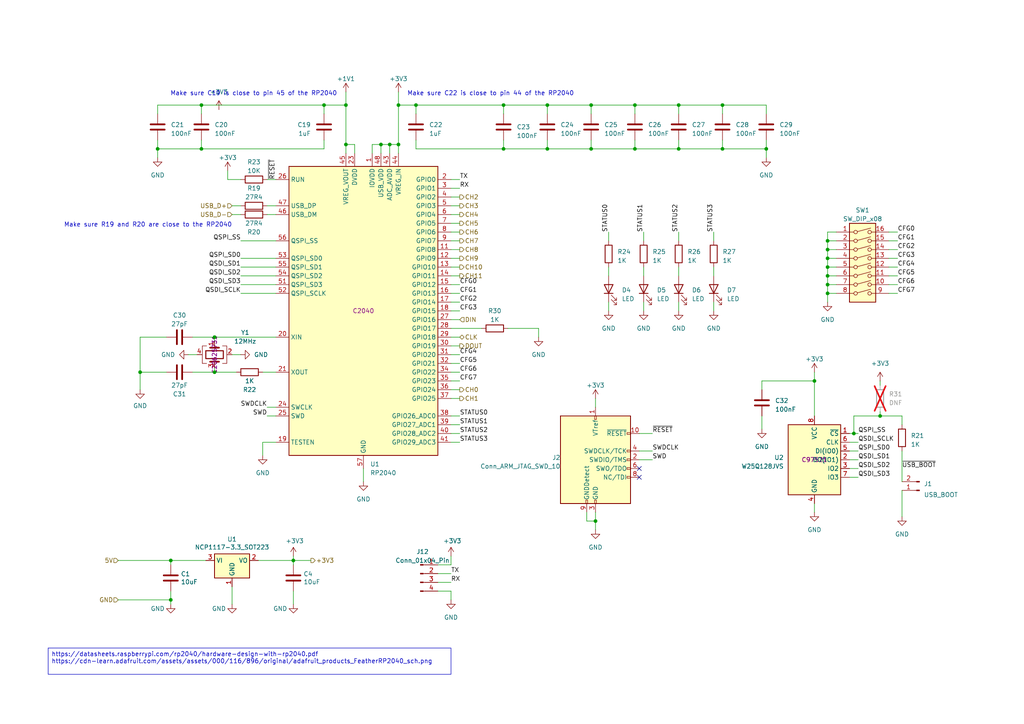
<source format=kicad_sch>
(kicad_sch (version 20250114) (generator "eeschema") (generator_version "9.0")
  (paper "A4")
  (lib_symbols
    (symbol "+3V3_1" (power) (pin_numbers (hide yes)) (pin_names (offset 0) (hide yes))
      (property "Value" "+3V3" (at 0 3.556 0))
      (symbol "+3V3_1_0_1"
        (polyline (pts (xy -0.762 1.27) (xy 0 2.54)))
        (polyline (pts (xy 0 2.54) (xy 0.762 1.27)))
        (polyline (pts (xy 0 0) (xy 0 2.54)))
      )
      (symbol "+3V3_1_1_1"
        (pin power_in line (at 0 0 90) (length 0) (name "~") (number "1"))
      )
    )
    (symbol "+3V3_2" (power) (pin_numbers (hide yes)) (pin_names (offset 0) (hide yes))
      (property "Value" "+3V3" (at 0 3.556 0))
      (symbol "+3V3_2_0_1"
        (polyline (pts (xy -0.762 1.27) (xy 0 2.54)))
        (polyline (pts (xy 0 2.54) (xy 0.762 1.27)))
        (polyline (pts (xy 0 0) (xy 0 2.54)))
      )
      (symbol "+3V3_2_1_1"
        (pin power_in line (at 0 0 90) (length 0) (name "~") (number "1"))
      )
    )
    (symbol "Connector:Conn_01x02_Pin" (pin_names (offset 1.016) (hide yes))
      (property "Reference" "J" (at 0 2.54 0))
      (property "Value" "Conn_01x02_Pin" (at 0 -5.08 0))
      (symbol "Conn_01x02_Pin_1_1"
        (rectangle (start 0.8636 0.127) (end 0 -0.127) (stroke (width 0.1524)) (fill (type outline)))
        (rectangle (start 0.8636 -2.413) (end 0 -2.667) (stroke (width 0.1524)) (fill (type outline)))
        (polyline (pts (xy 1.27 0) (xy 0.8636 0)) (stroke (width 0.1524)))
        (polyline (pts (xy 1.27 -2.54) (xy 0.8636 -2.54)) (stroke (width 0.1524)))
        (pin passive line (at 5.08 0 180) (length 3.81) (name "Pin_1") (number "1"))
        (pin passive line (at 5.08 -2.54 180) (length 3.81) (name "Pin_2") (number "2"))
      )
    )
    (symbol "Connector:Conn_01x04_Pin" (pin_names (offset 1.016) (hide yes))
      (property "Reference" "J" (at 0 5.08 0))
      (property "Value" "Conn_01x04_Pin" (at 0 -7.62 0))
      (symbol "Conn_01x04_Pin_1_1"
        (rectangle (start 0.8636 2.667) (end 0 2.413) (stroke (width 0.1524)) (fill (type outline)))
        (rectangle (start 0.8636 0.127) (end 0 -0.127) (stroke (width 0.1524)) (fill (type outline)))
        (rectangle (start 0.8636 -2.413) (end 0 -2.667) (stroke (width 0.1524)) (fill (type outline)))
        (rectangle (start 0.8636 -4.953) (end 0 -5.207) (stroke (width 0.1524)) (fill (type outline)))
        (polyline (pts (xy 1.27 2.54) (xy 0.8636 2.54)) (stroke (width 0.1524)))
        (polyline (pts (xy 1.27 0) (xy 0.8636 0)) (stroke (width 0.1524)))
        (polyline (pts (xy 1.27 -2.54) (xy 0.8636 -2.54)) (stroke (width 0.1524)))
        (polyline (pts (xy 1.27 -5.08) (xy 0.8636 -5.08)) (stroke (width 0.1524)))
        (pin passive line (at 5.08 2.54 180) (length 3.81) (name "Pin_1") (number "1"))
        (pin passive line (at 5.08 0 180) (length 3.81) (name "Pin_2") (number "2"))
        (pin passive line (at 5.08 -2.54 180) (length 3.81) (name "Pin_3") (number "3"))
        (pin passive line (at 5.08 -5.08 180) (length 3.81) (name "Pin_4") (number "4"))
      )
    )
    (symbol "Connector:Conn_ARM_JTAG_SWD_10" (pin_names (offset 1.016))
      (property "Reference" "J2" (at -10.16 0.635 0))
      (property "Value" "Conn_ARM_JTAG_SWD_10" (at -10.16 -1.905 0))
      (symbol "Conn_ARM_JTAG_SWD_10_0_1"
        (rectangle (start -10.16 12.7) (end 10.16 -12.7) (stroke (width 0.254)) (fill (type background)))
        (rectangle (start -2.794 -12.7) (end -2.286 -11.684))
        (rectangle (start -0.254 12.7) (end 0.254 11.684))
        (rectangle (start -0.254 -12.7) (end 0.254 -11.684))
        (rectangle (start 9.144 2.286) (end 10.16 2.794))
        (rectangle (start 10.16 7.874) (end 9.144 7.366))
        (rectangle (start 10.16 -0.254) (end 9.144 0.254))
        (rectangle (start 10.16 -2.794) (end 9.144 -2.286))
      )
      (symbol "Conn_ARM_JTAG_SWD_10_1_1"
        (rectangle (start 9.144 -5.334) (end 10.16 -4.826))
        (pin no_connect line (at -10.16 0 0) (length 2.54) (hide yes) (name "KEY") (number "7"))
        (pin passive line (at -2.54 -15.24 90) (length 2.54) (name "GNDDetect") (number "9"))
        (pin power_in line (at 0 15.24 270) (length 2.54) (name "VTref") (number "1"))
        (pin power_in line (at 0 -15.24 90) (length 2.54) (name "GND") (number "3"))
        (pin passive line (at 0 -15.24 90) (length 2.54) (hide yes) (name "GND") (number "5"))
        (pin open_collector line (at 12.7 7.62 180) (length 2.54) (name "~{RESET}") (number "10"))
        (pin bidirectional line (at 12.7 2.54 180) (length 2.54) (name "SWDCLK/TCK") (number "4"))
        (pin bidirectional line (at 12.7 0 180) (length 2.54) (name "SWDIO/TMS") (number "2"))
        (pin input line (at 12.7 -2.54 180) (length 2.54) (name "SWO/TDO") (number "6"))
        (pin output line (at 12.7 -5.08 180) (length 2.54) (name "NC/TDI") (number "8"))
      )
    )
    (symbol "Device:C" (pin_numbers (hide yes)) (pin_names (offset 0.254))
      (property "Reference" "C" (at 0.635 2.54 0))
      (property "Value" "C" (at 0.635 -2.54 0))
      (symbol "C_0_1"
        (polyline (pts (xy -2.032 0.762) (xy 2.032 0.762)) (stroke (width 0.508)))
        (polyline (pts (xy -2.032 -0.762) (xy 2.032 -0.762)) (stroke (width 0.508)))
      )
      (symbol "C_1_1"
        (pin passive line (at 0 3.81 270) (length 2.794) (name "~") (number "1"))
        (pin passive line (at 0 -3.81 90) (length 2.794) (name "~") (number "2"))
      )
    )
    (symbol "Device:Crystal_GND24" (pin_names (offset 1.016) (hide yes))
      (property "Reference" "Y" (at 3.175 5.08 0))
      (property "Value" "Crystal_GND24" (at 3.175 3.175 0))
      (symbol "Crystal_GND24_0_1"
        (polyline (pts (xy -2.54 2.286) (xy -2.54 3.556) (xy 2.54 3.556) (xy 2.54 2.286)))
        (polyline (pts (xy -2.54 0) (xy -2.032 0)))
        (polyline (pts (xy -2.54 -2.286) (xy -2.54 -3.556) (xy 2.54 -3.556) (xy 2.54 -2.286)))
        (polyline (pts (xy -2.032 -1.27) (xy -2.032 1.27)) (stroke (width 0.508)))
        (rectangle (start -1.143 2.54) (end 1.143 -2.54) (stroke (width 0.3048)))
        (polyline (pts (xy 0 3.556) (xy 0 3.81)))
        (polyline (pts (xy 0 -3.81) (xy 0 -3.556)))
        (polyline (pts (xy 2.032 0) (xy 2.54 0)))
        (polyline (pts (xy 2.032 -1.27) (xy 2.032 1.27)) (stroke (width 0.508)))
      )
      (symbol "Crystal_GND24_1_1"
        (pin passive line (at -3.81 0 0) (length 1.27) (name "1") (number "1"))
        (pin passive line (at 0 5.08 270) (length 1.27) (name "2") (number "2"))
        (pin passive line (at 0 -5.08 90) (length 1.27) (name "4") (number "4"))
        (pin passive line (at 3.81 0 180) (length 1.27) (name "3") (number "3"))
      )
    )
    (symbol "Device:LED" (pin_numbers (hide yes)) (pin_names (offset 1.016) (hide yes))
      (property "Reference" "D" (at 0 2.54 0))
      (property "Value" "LED" (at 0 -2.54 0))
      (symbol "LED_0_1"
        (polyline (pts (xy -3.048 -0.762) (xy -4.572 -2.286) (xy -3.81 -2.286) (xy -4.572 -2.286) (xy -4.572 -1.524)))
        (polyline (pts (xy -1.778 -0.762) (xy -3.302 -2.286) (xy -2.54 -2.286) (xy -3.302 -2.286) (xy -3.302 -1.524)))
        (polyline (pts (xy -1.27 0) (xy 1.27 0)))
        (polyline (pts (xy -1.27 -1.27) (xy -1.27 1.27)) (stroke (width 0.254)))
        (polyline (pts (xy 1.27 -1.27) (xy 1.27 1.27) (xy -1.27 0) (xy 1.27 -1.27)) (stroke (width 0.254)))
      )
      (symbol "LED_1_1"
        (pin passive line (at -3.81 0 0) (length 2.54) (name "K") (number "1"))
        (pin passive line (at 3.81 0 180) (length 2.54) (name "A") (number "2"))
      )
    )
    (symbol "Device:R" (pin_numbers (hide yes)) (pin_names (offset 0))
      (property "Reference" "R" (at 2.032 0 90))
      (property "Value" "R" (at 0 0 90))
      (symbol "R_0_1"
        (rectangle (start -1.016 -2.54) (end 1.016 2.54) (stroke (width 0.254)))
      )
      (symbol "R_1_1"
        (pin passive line (at 0 3.81 270) (length 1.27) (name "~") (number "1"))
        (pin passive line (at 0 -3.81 90) (length 1.27) (name "~") (number "2"))
      )
    )
    (symbol "GND_1" (power) (pin_numbers (hide yes)) (pin_names (offset 0) (hide yes))
      (property "Value" "GND" (at 0 -3.81 0))
      (symbol "GND_1_0_1"
        (polyline (pts (xy 0 0) (xy 0 -1.27) (xy 1.27 -1.27) (xy 0 -2.54) (xy -1.27 -1.27) (xy 0 -1.27)))
      )
      (symbol "GND_1_1_1"
        (pin power_in line (at 0 0 270) (length 0) (name "~") (number "1"))
      )
    )
    (symbol "GND_2" (power) (pin_numbers (hide yes)) (pin_names (offset 0) (hide yes))
      (property "Value" "GND" (at 0 -3.81 0))
      (symbol "GND_2_0_1"
        (polyline (pts (xy 0 0) (xy 0 -1.27) (xy 1.27 -1.27) (xy 0 -2.54) (xy -1.27 -1.27) (xy 0 -1.27)))
      )
      (symbol "GND_2_1_1"
        (pin power_in line (at 0 0 270) (length 0) (name "~") (number "1"))
      )
    )
    (symbol "MCU_RaspberryPi:RP2040"
      (property "Reference" "U" (at 17.78 45.72 0))
      (property "Value" "RP2040" (at 17.78 43.18 0))
      (symbol "RP2040_0_1"
        (rectangle (start -21.59 41.91) (end 21.59 -41.91) (stroke (width 0.254)) (fill (type background)))
      )
      (symbol "RP2040_1_1"
        (pin input line (at -25.4 38.1 0) (length 3.81) (name "RUN") (number "26"))
        (pin bidirectional line (at -25.4 30.48 0) (length 3.81) (name "USB_DP") (number "47"))
        (pin bidirectional line (at -25.4 27.94 0) (length 3.81) (name "USB_DM") (number "46"))
        (pin bidirectional line (at -25.4 20.32 0) (length 3.81) (name "QSPI_SS") (number "56"))
        (pin bidirectional line (at -25.4 15.24 0) (length 3.81) (name "QSPI_SD0") (number "53"))
        (pin bidirectional line (at -25.4 12.7 0) (length 3.81) (name "QSPI_SD1") (number "55"))
        (pin bidirectional line (at -25.4 10.16 0) (length 3.81) (name "QSPI_SD2") (number "54"))
        (pin bidirectional line (at -25.4 7.62 0) (length 3.81) (name "QSPI_SD3") (number "51"))
        (pin output line (at -25.4 5.08 0) (length 3.81) (name "QSPI_SCLK") (number "52"))
        (pin input line (at -25.4 -7.62 0) (length 3.81) (name "XIN") (number "20"))
        (pin passive line (at -25.4 -17.78 0) (length 3.81) (name "XOUT") (number "21"))
        (pin output line (at -25.4 -27.94 0) (length 3.81) (name "SWCLK") (number "24"))
        (pin bidirectional line (at -25.4 -30.48 0) (length 3.81) (name "SWD") (number "25"))
        (pin input line (at -25.4 -38.1 0) (length 3.81) (name "TESTEN") (number "19"))
        (pin power_out line (at -5.08 45.72 270) (length 3.81) (name "VREG_VOUT") (number "45"))
        (pin power_in line (at -2.54 45.72 270) (length 3.81) (name "DVDD") (number "23"))
        (pin passive line (at -2.54 45.72 270) (length 3.81) (hide yes) (name "DVDD") (number "50"))
        (pin power_in line (at 0 -45.72 90) (length 3.81) (name "GND") (number "57"))
        (pin power_in line (at 2.54 45.72 270) (length 3.81) (name "IOVDD") (number "1"))
        (pin passive line (at 2.54 45.72 270) (length 3.81) (hide yes) (name "IOVDD") (number "10"))
        (pin passive line (at 2.54 45.72 270) (length 3.81) (hide yes) (name "IOVDD") (number "22"))
        (pin passive line (at 2.54 45.72 270) (length 3.81) (hide yes) (name "IOVDD") (number "33"))
        (pin passive line (at 2.54 45.72 270) (length 3.81) (hide yes) (name "IOVDD") (number "42"))
        (pin passive line (at 2.54 45.72 270) (length 3.81) (hide yes) (name "IOVDD") (number "49"))
        (pin power_in line (at 5.08 45.72 270) (length 3.81) (name "USB_VDD") (number "48"))
        (pin power_in line (at 7.62 45.72 270) (length 3.81) (name "ADC_AVDD") (number "43"))
        (pin power_in line (at 10.16 45.72 270) (length 3.81) (name "VREG_IN") (number "44"))
        (pin bidirectional line (at 25.4 38.1 180) (length 3.81) (name "GPIO0") (number "2"))
        (pin bidirectional line (at 25.4 35.56 180) (length 3.81) (name "GPIO1") (number "3"))
        (pin bidirectional line (at 25.4 33.02 180) (length 3.81) (name "GPIO2") (number "4"))
        (pin bidirectional line (at 25.4 30.48 180) (length 3.81) (name "GPIO3") (number "5"))
        (pin bidirectional line (at 25.4 27.94 180) (length 3.81) (name "GPIO4") (number "6"))
        (pin bidirectional line (at 25.4 25.4 180) (length 3.81) (name "GPIO5") (number "7"))
        (pin bidirectional line (at 25.4 22.86 180) (length 3.81) (name "GPIO6") (number "8"))
        (pin bidirectional line (at 25.4 20.32 180) (length 3.81) (name "GPIO7") (number "9"))
        (pin bidirectional line (at 25.4 17.78 180) (length 3.81) (name "GPIO8") (number "11"))
        (pin bidirectional line (at 25.4 15.24 180) (length 3.81) (name "GPIO9") (number "12"))
        (pin bidirectional line (at 25.4 12.7 180) (length 3.81) (name "GPIO10") (number "13"))
        (pin bidirectional line (at 25.4 10.16 180) (length 3.81) (name "GPIO11") (number "14"))
        (pin bidirectional line (at 25.4 7.62 180) (length 3.81) (name "GPIO12") (number "15"))
        (pin bidirectional line (at 25.4 5.08 180) (length 3.81) (name "GPIO13") (number "16"))
        (pin bidirectional line (at 25.4 2.54 180) (length 3.81) (name "GPIO14") (number "17"))
        (pin bidirectional line (at 25.4 0 180) (length 3.81) (name "GPIO15") (number "18"))
        (pin bidirectional line (at 25.4 -2.54 180) (length 3.81) (name "GPIO16") (number "27"))
        (pin bidirectional line (at 25.4 -5.08 180) (length 3.81) (name "GPIO17") (number "28"))
        (pin bidirectional line (at 25.4 -7.62 180) (length 3.81) (name "GPIO18") (number "29"))
        (pin bidirectional line (at 25.4 -10.16 180) (length 3.81) (name "GPIO19") (number "30"))
        (pin bidirectional line (at 25.4 -12.7 180) (length 3.81) (name "GPIO20") (number "31"))
        (pin bidirectional line (at 25.4 -15.24 180) (length 3.81) (name "GPIO21") (number "32"))
        (pin bidirectional line (at 25.4 -17.78 180) (length 3.81) (name "GPIO22") (number "34"))
        (pin bidirectional line (at 25.4 -20.32 180) (length 3.81) (name "GPIO23") (number "35"))
        (pin bidirectional line (at 25.4 -22.86 180) (length 3.81) (name "GPIO24") (number "36"))
        (pin bidirectional line (at 25.4 -25.4 180) (length 3.81) (name "GPIO25") (number "37"))
        (pin bidirectional line (at 25.4 -30.48 180) (length 3.81) (name "GPIO26_ADC0") (number "38"))
        (pin bidirectional line (at 25.4 -33.02 180) (length 3.81) (name "GPIO27_ADC1") (number "39"))
        (pin bidirectional line (at 25.4 -35.56 180) (length 3.81) (name "GPIO28_ADC2") (number "40"))
        (pin bidirectional line (at 25.4 -38.1 180) (length 3.81) (name "GPIO29_ADC3") (number "41"))
      )
    )
    (symbol "Memory_Flash:W25Q128JVS"
      (property "Reference" "U" (at -8.89 8.89 0))
      (property "Value" "W25Q128JVS" (at 7.62 8.89 0))
      (symbol "W25Q128JVS_0_1"
        (rectangle (start -7.62 10.16) (end 7.62 -10.16) (stroke (width 0.254)) (fill (type background)))
      )
      (symbol "W25Q128JVS_1_1"
        (pin input line (at -10.16 7.62 0) (length 2.54) (name "~{CS}") (number "1"))
        (pin input line (at -10.16 5.08 0) (length 2.54) (name "CLK") (number "6"))
        (pin bidirectional line (at -10.16 2.54 0) (length 2.54) (name "DI(IO0)") (number "5"))
        (pin bidirectional line (at -10.16 0 0) (length 2.54) (name "DO(IO1)") (number "2"))
        (pin bidirectional line (at -10.16 -2.54 0) (length 2.54) (name "IO2") (number "3"))
        (pin bidirectional line (at -10.16 -5.08 0) (length 2.54) (name "IO3") (number "7"))
        (pin power_in line (at 0 12.7 270) (length 2.54) (name "VCC") (number "8"))
        (pin power_in line (at 0 -12.7 90) (length 2.54) (name "GND") (number "4"))
      )
    )
    (symbol "Regulator_Linear:NCP1117-3.3_SOT223"
      (property "Reference" "U" (at -3.81 3.175 0))
      (property "Value" "NCP1117-3.3_SOT223" (at 0 3.175 0))
      (symbol "NCP1117-3.3_SOT223_0_1"
        (rectangle (start -5.08 -5.08) (end 5.08 1.905) (stroke (width 0.254)) (fill (type background)))
      )
      (symbol "NCP1117-3.3_SOT223_1_1"
        (pin power_in line (at -7.62 0 0) (length 2.54) (name "VI") (number "3"))
        (pin power_in line (at 0 -7.62 90) (length 2.54) (name "GND") (number "1"))
        (pin power_out line (at 7.62 0 180) (length 2.54) (name "VO") (number "2"))
      )
    )
    (symbol "Switch:SW_DIP_x08" (pin_names (offset 0) (hide yes))
      (property "Reference" "SW" (at 0 13.97 0))
      (property "Value" "SW_DIP_x08" (at 0 -11.43 0))
      (symbol "SW_DIP_x08_0_0"
        (circle (center -2.032 10.16) (radius 0.508))
        (circle (center -2.032 7.62) (radius 0.508))
        (circle (center -2.032 5.08) (radius 0.508))
        (circle (center -2.032 2.54) (radius 0.508))
        (circle (center -2.032 0) (radius 0.508))
        (circle (center -2.032 -2.54) (radius 0.508))
        (circle (center -2.032 -5.08) (radius 0.508))
        (circle (center -2.032 -7.62) (radius 0.508))
        (polyline (pts (xy -1.524 10.287) (xy 2.3622 11.3284)))
        (polyline (pts (xy -1.524 7.747) (xy 2.3622 8.7884)))
        (polyline (pts (xy -1.524 5.207) (xy 2.3622 6.2484)))
        (polyline (pts (xy -1.524 2.667) (xy 2.3622 3.7084)))
        (polyline (pts (xy -1.524 0.127) (xy 2.3622 1.1684)))
        (polyline (pts (xy -1.524 -2.3876) (xy 2.3622 -1.3462)))
        (polyline (pts (xy -1.524 -4.9276) (xy 2.3622 -3.8862)))
        (polyline (pts (xy -1.524 -7.4676) (xy 2.3622 -6.4262)))
        (circle (center 2.032 10.16) (radius 0.508))
        (circle (center 2.032 7.62) (radius 0.508))
        (circle (center 2.032 5.08) (radius 0.508))
        (circle (center 2.032 2.54) (radius 0.508))
        (circle (center 2.032 0) (radius 0.508))
        (circle (center 2.032 -2.54) (radius 0.508))
        (circle (center 2.032 -5.08) (radius 0.508))
        (circle (center 2.032 -7.62) (radius 0.508))
      )
      (symbol "SW_DIP_x08_0_1"
        (rectangle (start -3.81 12.7) (end 3.81 -10.16) (stroke (width 0.254)) (fill (type background)))
      )
      (symbol "SW_DIP_x08_1_1"
        (pin passive line (at -7.62 10.16 0) (length 5.08) (name "~") (number "1"))
        (pin passive line (at -7.62 7.62 0) (length 5.08) (name "~") (number "2"))
        (pin passive line (at -7.62 5.08 0) (length 5.08) (name "~") (number "3"))
        (pin passive line (at -7.62 2.54 0) (length 5.08) (name "~") (number "4"))
        (pin passive line (at -7.62 0 0) (length 5.08) (name "~") (number "5"))
        (pin passive line (at -7.62 -2.54 0) (length 5.08) (name "~") (number "6"))
        (pin passive line (at -7.62 -5.08 0) (length 5.08) (name "~") (number "7"))
        (pin passive line (at -7.62 -7.62 0) (length 5.08) (name "~") (number "8"))
        (pin passive line (at 7.62 10.16 180) (length 5.08) (name "~") (number "16"))
        (pin passive line (at 7.62 7.62 180) (length 5.08) (name "~") (number "15"))
        (pin passive line (at 7.62 5.08 180) (length 5.08) (name "~") (number "14"))
        (pin passive line (at 7.62 2.54 180) (length 5.08) (name "~") (number "13"))
        (pin passive line (at 7.62 0 180) (length 5.08) (name "~") (number "12"))
        (pin passive line (at 7.62 -2.54 180) (length 5.08) (name "~") (number "11"))
        (pin passive line (at 7.62 -5.08 180) (length 5.08) (name "~") (number "10"))
        (pin passive line (at 7.62 -7.62 180) (length 5.08) (name "~") (number "9"))
      )
    )
    (symbol "power:+1V1" (power) (pin_names (offset 0))
      (property "Value" "+1V1" (at 0 3.556 0))
      (symbol "+1V1_0_1"
        (polyline (pts (xy -0.762 1.27) (xy 0 2.54)))
        (polyline (pts (xy 0 2.54) (xy 0.762 1.27)))
        (polyline (pts (xy 0 0) (xy 0 2.54)))
      )
      (symbol "+1V1_1_1"
        (pin power_in line (at 0 0 90) (length 0) (hide yes) (name "+1V1") (number "1"))
      )
    )
    (symbol "power:+3V3" (power) (pin_names (offset 0))
      (property "Value" "+3V3" (at 0 3.556 0))
      (symbol "+3V3_0_1"
        (polyline (pts (xy -0.762 1.27) (xy 0 2.54)))
        (polyline (pts (xy 0 2.54) (xy 0.762 1.27)))
        (polyline (pts (xy 0 0) (xy 0 2.54)))
      )
      (symbol "+3V3_1_1"
        (pin power_in line (at 0 0 90) (length 0) (hide yes) (name "+3V3") (number "1"))
      )
    )
    (symbol "power:GND" (power) (pin_names (offset 0))
      (property "Value" "GND" (at 0 -3.81 0))
      (symbol "GND_0_1"
        (polyline (pts (xy 0 0) (xy 0 -1.27) (xy 1.27 -1.27) (xy 0 -2.54) (xy -1.27 -1.27) (xy 0 -1.27)))
      )
      (symbol "GND_1_1"
        (pin power_in line (at 0 0 270) (length 0) (hide yes) (name "GND") (number "1"))
      )
    )
  )
  (text "Make sure C22 is close to pin 44 of the RP2040" (at 118.11 27.94 0) (effects (font (size 1.27 1.27)) (justify left bottom)))
  (text "Make sure C19 is close to pin 45 of the RP2040" (at 97.79 27.94 0) (effects (font (size 1.27 1.27)) (justify right bottom)))
  (text "Make sure R19 and R20 are close to the RP2040" (at 67.31 66.04 0) (effects (font (size 1.27 1.27)) (justify right bottom)))
  (text_box "https://datasheets.raspberrypi.com/rp2040/hardware-design-with-rp2040.pdf\nhttps://cdn-learn.adafruit.com/assets/assets/000/116/896/original/adafruit_products_FeatherRP2040_sch.png\n" (at 13.97 187.96 0) (size 116.84 7.62) (margins 0.9525 0.9525 0.9525 0.9525) (effects (font (size 1.27 1.27)) (justify left top)))
  (junction (at 62.23 97.79))
  (junction (at 100.33 30.48))
  (junction (at 240.03 80.01))
  (junction (at 196.85 43.18))
  (junction (at 222.25 43.18))
  (junction (at 49.53 162.56))
  (junction (at 240.03 69.85))
  (junction (at 58.42 30.48))
  (junction (at 115.57 41.91))
  (junction (at 158.75 43.18))
  (junction (at 255.27 120.65))
  (junction (at 196.85 30.48))
  (junction (at 110.49 41.91))
  (junction (at 58.42 43.18))
  (junction (at 158.75 30.48))
  (junction (at 115.57 30.48))
  (junction (at 171.45 43.18))
  (junction (at 240.03 72.39))
  (junction (at 209.55 43.18))
  (junction (at 172.72 151.13))
  (junction (at 171.45 30.48))
  (junction (at 100.33 41.91))
  (junction (at 247.65 125.73))
  (junction (at 49.53 173.99))
  (junction (at 240.03 77.47))
  (junction (at 240.03 85.09))
  (junction (at 120.65 30.48))
  (junction (at 209.55 30.48))
  (junction (at 62.23 107.95))
  (junction (at 40.64 107.95))
  (junction (at 85.09 162.56))
  (junction (at 184.15 30.48))
  (junction (at 236.22 110.49))
  (junction (at 184.15 43.18))
  (junction (at 240.03 74.93))
  (junction (at 113.03 41.91))
  (junction (at 93.98 30.48))
  (junction (at 146.05 30.48))
  (junction (at 240.03 82.55))
  (junction (at 146.05 43.18))
  (junction (at 45.72 43.18))
  (no_connect (at 185.42 138.43))
  (no_connect (at 185.42 135.89))
  (wire (pts (xy 222.25 30.48) (xy 209.55 30.48)))
  (wire (pts (xy 120.65 43.18) (xy 146.05 43.18)))
  (wire (pts (xy 110.49 41.91) (xy 110.49 44.45)))
  (wire (pts (xy 240.03 87.63) (xy 240.03 85.09)))
  (wire (pts (xy 255.27 110.49) (xy 255.27 111.76)))
  (wire (pts (xy 69.85 85.09) (xy 80.01 85.09)))
  (wire (pts (xy 220.98 113.03) (xy 220.98 110.49)))
  (wire (pts (xy 196.85 77.47) (xy 196.85 80.01)))
  (wire (pts (xy 196.85 33.02) (xy 196.85 30.48)))
  (wire (pts (xy 170.18 148.59) (xy 170.18 151.13)))
  (wire (pts (xy 130.81 163.83) (xy 130.81 161.29)))
  (wire (pts (xy 240.03 85.09) (xy 240.03 82.55)))
  (wire (pts (xy 102.87 44.45) (xy 102.87 41.91)))
  (wire (pts (xy 196.85 87.63) (xy 196.85 90.17)))
  (wire (pts (xy 158.75 40.64) (xy 158.75 43.18)))
  (wire (pts (xy 171.45 43.18) (xy 184.15 43.18)))
  (wire (pts (xy 67.31 62.23) (xy 69.85 62.23)))
  (wire (pts (xy 127 166.37) (xy 130.81 166.37)))
  (wire (pts (xy 85.09 162.56) (xy 85.09 161.29)))
  (wire (pts (xy 130.81 77.47) (xy 133.35 77.47)))
  (wire (pts (xy 257.81 85.09) (xy 260.35 85.09)))
  (wire (pts (xy 130.81 80.01) (xy 133.35 80.01)))
  (wire (pts (xy 40.64 97.79) (xy 40.64 107.95)))
  (wire (pts (xy 49.53 163.83) (xy 49.53 162.56)))
  (wire (pts (xy 209.55 43.18) (xy 222.25 43.18)))
  (wire (pts (xy 186.69 67.31) (xy 186.69 69.85)))
  (wire (pts (xy 261.62 123.19) (xy 261.62 120.65)))
  (wire (pts (xy 158.75 30.48) (xy 146.05 30.48)))
  (wire (pts (xy 240.03 72.39) (xy 240.03 69.85)))
  (wire (pts (xy 100.33 26.67) (xy 100.33 30.48)))
  (wire (pts (xy 69.85 74.93) (xy 80.01 74.93)))
  (wire (pts (xy 93.98 30.48) (xy 100.33 30.48)))
  (wire (pts (xy 62.23 106.68) (xy 62.23 107.95)))
  (wire (pts (xy 240.03 67.31) (xy 242.57 67.31)))
  (wire (pts (xy 130.81 97.79) (xy 133.35 97.79)))
  (wire (pts (xy 130.81 90.17) (xy 133.35 90.17)))
  (wire (pts (xy 222.25 43.18) (xy 222.25 45.72)))
  (wire (pts (xy 62.23 97.79) (xy 80.01 97.79)))
  (wire (pts (xy 66.04 52.07) (xy 69.85 52.07)))
  (wire (pts (xy 146.05 40.64) (xy 146.05 43.18)))
  (wire (pts (xy 45.72 30.48) (xy 45.72 33.02)))
  (wire (pts (xy 66.04 49.53) (xy 66.04 52.07)))
  (wire (pts (xy 69.85 77.47) (xy 80.01 77.47)))
  (wire (pts (xy 184.15 30.48) (xy 171.45 30.48)))
  (wire (pts (xy 246.38 133.35) (xy 248.92 133.35)))
  (wire (pts (xy 222.25 33.02) (xy 222.25 30.48)))
  (wire (pts (xy 127 168.91) (xy 130.81 168.91)))
  (wire (pts (xy 67.31 59.69) (xy 69.85 59.69)))
  (wire (pts (xy 246.38 135.89) (xy 248.92 135.89)))
  (wire (pts (xy 110.49 41.91) (xy 113.03 41.91)))
  (wire (pts (xy 236.22 110.49) (xy 236.22 120.65)))
  (wire (pts (xy 196.85 40.64) (xy 196.85 43.18)))
  (wire (pts (xy 246.38 138.43) (xy 248.92 138.43)))
  (wire (pts (xy 40.64 107.95) (xy 40.64 113.03)))
  (wire (pts (xy 67.31 170.18) (xy 67.31 175.26)))
  (wire (pts (xy 115.57 30.48) (xy 120.65 30.48)))
  (wire (pts (xy 257.81 74.93) (xy 260.35 74.93)))
  (wire (pts (xy 76.2 107.95) (xy 80.01 107.95)))
  (wire (pts (xy 130.81 102.87) (xy 133.35 102.87)))
  (wire (pts (xy 185.42 130.81) (xy 189.23 130.81)))
  (wire (pts (xy 58.42 30.48) (xy 93.98 30.48)))
  (wire (pts (xy 130.81 95.25) (xy 139.7 95.25)))
  (wire (pts (xy 130.81 62.23) (xy 133.35 62.23)))
  (wire (pts (xy 172.72 148.59) (xy 172.72 151.13)))
  (wire (pts (xy 196.85 43.18) (xy 209.55 43.18)))
  (wire (pts (xy 100.33 41.91) (xy 102.87 41.91)))
  (wire (pts (xy 172.72 151.13) (xy 172.72 153.67)))
  (wire (pts (xy 130.81 67.31) (xy 133.35 67.31)))
  (wire (pts (xy 130.81 69.85) (xy 133.35 69.85)))
  (wire (pts (xy 255.27 120.65) (xy 247.65 120.65)))
  (wire (pts (xy 240.03 72.39) (xy 242.57 72.39)))
  (wire (pts (xy 40.64 107.95) (xy 48.26 107.95)))
  (wire (pts (xy 85.09 163.83) (xy 85.09 162.56)))
  (wire (pts (xy 49.53 171.45) (xy 49.53 173.99)))
  (wire (pts (xy 207.01 77.47) (xy 207.01 80.01)))
  (wire (pts (xy 185.42 125.73) (xy 189.23 125.73)))
  (wire (pts (xy 240.03 80.01) (xy 240.03 77.47)))
  (wire (pts (xy 156.21 97.79) (xy 156.21 95.25)))
  (wire (pts (xy 34.29 162.56) (xy 49.53 162.56)))
  (wire (pts (xy 171.45 33.02) (xy 171.45 30.48)))
  (wire (pts (xy 130.81 110.49) (xy 133.35 110.49)))
  (wire (pts (xy 240.03 69.85) (xy 240.03 67.31)))
  (wire (pts (xy 130.81 125.73) (xy 133.35 125.73)))
  (wire (pts (xy 85.09 162.56) (xy 90.17 162.56)))
  (wire (pts (xy 196.85 67.31) (xy 196.85 69.85)))
  (wire (pts (xy 246.38 130.81) (xy 248.92 130.81)))
  (wire (pts (xy 69.85 102.87) (xy 67.31 102.87)))
  (wire (pts (xy 158.75 43.18) (xy 171.45 43.18)))
  (wire (pts (xy 115.57 41.91) (xy 115.57 30.48)))
  (wire (pts (xy 69.85 80.01) (xy 80.01 80.01)))
  (wire (pts (xy 58.42 30.48) (xy 58.42 33.02)))
  (wire (pts (xy 130.81 100.33) (xy 133.35 100.33)))
  (wire (pts (xy 130.81 120.65) (xy 133.35 120.65)))
  (wire (pts (xy 176.53 67.31) (xy 176.53 69.85)))
  (wire (pts (xy 127 163.83) (xy 130.81 163.83)))
  (wire (pts (xy 120.65 30.48) (xy 146.05 30.48)))
  (wire (pts (xy 77.47 118.11) (xy 80.01 118.11)))
  (wire (pts (xy 107.95 44.45) (xy 107.95 41.91)))
  (wire (pts (xy 257.81 67.31) (xy 260.35 67.31)))
  (wire (pts (xy 120.65 40.64) (xy 120.65 43.18)))
  (wire (pts (xy 76.2 132.08) (xy 76.2 128.27)))
  (wire (pts (xy 236.22 146.05) (xy 236.22 148.59)))
  (wire (pts (xy 55.88 97.79) (xy 62.23 97.79)))
  (wire (pts (xy 115.57 44.45) (xy 115.57 41.91)))
  (wire (pts (xy 236.22 107.95) (xy 236.22 110.49)))
  (wire (pts (xy 130.81 72.39) (xy 133.35 72.39)))
  (wire (pts (xy 240.03 77.47) (xy 240.03 74.93)))
  (wire (pts (xy 113.03 41.91) (xy 115.57 41.91)))
  (wire (pts (xy 220.98 110.49) (xy 236.22 110.49)))
  (wire (pts (xy 130.81 74.93) (xy 133.35 74.93)))
  (wire (pts (xy 186.69 87.63) (xy 186.69 90.17)))
  (wire (pts (xy 59.69 162.56) (xy 49.53 162.56)))
  (wire (pts (xy 146.05 33.02) (xy 146.05 30.48)))
  (wire (pts (xy 77.47 62.23) (xy 80.01 62.23)))
  (wire (pts (xy 257.81 77.47) (xy 260.35 77.47)))
  (wire (pts (xy 130.81 92.71) (xy 133.35 92.71)))
  (wire (pts (xy 240.03 74.93) (xy 242.57 74.93)))
  (wire (pts (xy 45.72 43.18) (xy 45.72 40.64)))
  (wire (pts (xy 261.62 130.81) (xy 261.62 139.7)))
  (wire (pts (xy 257.81 72.39) (xy 260.35 72.39)))
  (wire (pts (xy 240.03 85.09) (xy 242.57 85.09)))
  (wire (pts (xy 130.81 54.61) (xy 133.35 54.61)))
  (wire (pts (xy 172.72 115.57) (xy 172.72 118.11)))
  (wire (pts (xy 240.03 82.55) (xy 242.57 82.55)))
  (wire (pts (xy 100.33 44.45) (xy 100.33 41.91)))
  (wire (pts (xy 127 171.45) (xy 130.81 171.45)))
  (wire (pts (xy 85.09 171.45) (xy 85.09 175.26)))
  (wire (pts (xy 130.81 52.07) (xy 133.35 52.07)))
  (wire (pts (xy 240.03 80.01) (xy 242.57 80.01)))
  (wire (pts (xy 257.81 82.55) (xy 260.35 82.55)))
  (wire (pts (xy 184.15 40.64) (xy 184.15 43.18)))
  (wire (pts (xy 107.95 41.91) (xy 110.49 41.91)))
  (wire (pts (xy 158.75 30.48) (xy 171.45 30.48)))
  (wire (pts (xy 247.65 125.73) (xy 248.92 125.73)))
  (wire (pts (xy 209.55 30.48) (xy 196.85 30.48)))
  (wire (pts (xy 240.03 74.93) (xy 240.03 72.39)))
  (wire (pts (xy 184.15 33.02) (xy 184.15 30.48)))
  (wire (pts (xy 115.57 26.67) (xy 115.57 30.48)))
  (wire (pts (xy 158.75 33.02) (xy 158.75 30.48)))
  (wire (pts (xy 185.42 133.35) (xy 189.23 133.35)))
  (wire (pts (xy 240.03 82.55) (xy 240.03 80.01)))
  (wire (pts (xy 76.2 128.27) (xy 80.01 128.27)))
  (wire (pts (xy 209.55 33.02) (xy 209.55 30.48)))
  (wire (pts (xy 130.81 57.15) (xy 133.35 57.15)))
  (wire (pts (xy 222.25 43.18) (xy 222.25 40.64)))
  (wire (pts (xy 130.81 107.95) (xy 133.35 107.95)))
  (wire (pts (xy 196.85 30.48) (xy 184.15 30.48)))
  (wire (pts (xy 93.98 30.48) (xy 93.98 33.02)))
  (wire (pts (xy 240.03 69.85) (xy 242.57 69.85)))
  (wire (pts (xy 93.98 43.18) (xy 93.98 40.64)))
  (wire (pts (xy 48.26 97.79) (xy 40.64 97.79)))
  (wire (pts (xy 220.98 120.65) (xy 220.98 124.46)))
  (wire (pts (xy 170.18 151.13) (xy 172.72 151.13)))
  (wire (pts (xy 246.38 125.73) (xy 247.65 125.73)))
  (wire (pts (xy 54.61 102.87) (xy 57.15 102.87)))
  (wire (pts (xy 120.65 30.48) (xy 120.65 33.02)))
  (wire (pts (xy 255.27 119.38) (xy 255.27 120.65)))
  (wire (pts (xy 130.81 171.45) (xy 130.81 173.99)))
  (wire (pts (xy 184.15 43.18) (xy 196.85 43.18)))
  (wire (pts (xy 257.81 69.85) (xy 260.35 69.85)))
  (wire (pts (xy 77.47 59.69) (xy 80.01 59.69)))
  (wire (pts (xy 130.81 113.03) (xy 133.35 113.03)))
  (wire (pts (xy 176.53 77.47) (xy 176.53 80.01)))
  (wire (pts (xy 207.01 67.31) (xy 207.01 69.85)))
  (wire (pts (xy 113.03 41.91) (xy 113.03 44.45)))
  (wire (pts (xy 100.33 41.91) (xy 100.33 30.48)))
  (wire (pts (xy 186.69 77.47) (xy 186.69 80.01)))
  (wire (pts (xy 171.45 40.64) (xy 171.45 43.18)))
  (wire (pts (xy 130.81 123.19) (xy 133.35 123.19)))
  (wire (pts (xy 130.81 115.57) (xy 133.35 115.57)))
  (wire (pts (xy 130.81 128.27) (xy 133.35 128.27)))
  (wire (pts (xy 209.55 40.64) (xy 209.55 43.18)))
  (wire (pts (xy 62.23 97.79) (xy 62.23 99.06)))
  (wire (pts (xy 147.32 95.25) (xy 156.21 95.25)))
  (wire (pts (xy 246.38 128.27) (xy 248.92 128.27)))
  (wire (pts (xy 62.23 107.95) (xy 68.58 107.95)))
  (wire (pts (xy 207.01 87.63) (xy 207.01 90.17)))
  (wire (pts (xy 49.53 173.99) (xy 49.53 175.26)))
  (wire (pts (xy 176.53 87.63) (xy 176.53 90.17)))
  (wire (pts (xy 130.81 59.69) (xy 133.35 59.69)))
  (wire (pts (xy 93.98 43.18) (xy 58.42 43.18)))
  (wire (pts (xy 240.03 77.47) (xy 242.57 77.47)))
  (wire (pts (xy 261.62 120.65) (xy 255.27 120.65)))
  (wire (pts (xy 58.42 43.18) (xy 45.72 43.18)))
  (wire (pts (xy 130.81 85.09) (xy 133.35 85.09)))
  (wire (pts (xy 130.81 105.41) (xy 133.35 105.41)))
  (wire (pts (xy 58.42 30.48) (xy 45.72 30.48)))
  (wire (pts (xy 77.47 52.07) (xy 80.01 52.07)))
  (wire (pts (xy 247.65 120.65) (xy 247.65 125.73)))
  (wire (pts (xy 58.42 40.64) (xy 58.42 43.18)))
  (wire (pts (xy 146.05 43.18) (xy 158.75 43.18)))
  (wire (pts (xy 130.81 82.55) (xy 133.35 82.55)))
  (wire (pts (xy 130.81 64.77) (xy 133.35 64.77)))
  (wire (pts (xy 130.81 87.63) (xy 133.35 87.63)))
  (wire (pts (xy 77.47 120.65) (xy 80.01 120.65)))
  (wire (pts (xy 69.85 82.55) (xy 80.01 82.55)))
  (wire (pts (xy 257.81 80.01) (xy 260.35 80.01)))
  (wire (pts (xy 34.29 173.99) (xy 49.53 173.99)))
  (wire (pts (xy 45.72 43.18) (xy 45.72 45.72)))
  (wire (pts (xy 55.88 107.95) (xy 62.23 107.95)))
  (wire (pts (xy 69.85 69.85) (xy 80.01 69.85)))
  (wire (pts (xy 74.93 162.56) (xy 85.09 162.56)))
  (wire (pts (xy 105.41 135.89) (xy 105.41 139.7)))
  (wire (pts (xy 261.62 142.24) (xy 261.62 149.86)))
  (label "CFG4" (at 260.35 77.47 0))
  (label "TX" (at 130.81 166.37 0))
  (label "QSDI_SD2" (at 248.92 135.89 0))
  (label "CFG6" (at 133.35 107.95 0))
  (label "QSDI_SD3" (at 69.85 82.55 180))
  (label "STATUS0" (at 133.35 120.65 0))
  (label "STATUS1" (at 133.35 123.19 0))
  (label "QSPI_SD0" (at 69.85 74.93 180))
  (label "STATUS3" (at 133.35 128.27 0))
  (label "CFG5" (at 133.35 105.41 0))
  (label "QSDI_SD3" (at 248.92 138.43 0))
  (label "RX" (at 133.35 54.61 0))
  (label "CFG7" (at 133.35 110.49 0))
  (label "CFG0" (at 260.35 67.31 0))
  (label "STATUS1" (at 186.69 67.31 90))
  (label "CFG1" (at 133.35 85.09 0))
  (label "CFG5" (at 260.35 80.01 0))
  (label "QSPI_SD0" (at 248.92 130.81 0))
  (label "STATUS2" (at 133.35 125.73 0))
  (label "STATUS2" (at 196.85 67.31 90))
  (label "QSDI_SCLK" (at 248.92 128.27 0))
  (label "STATUS3" (at 207.01 67.31 90))
  (label "CFG1" (at 260.35 69.85 0))
  (label "CFG2" (at 260.35 72.39 0))
  (label "SWD" (at 77.47 120.65 180))
  (label "TX" (at 133.35 52.07 0))
  (label "CFG7" (at 260.35 85.09 0))
  (label "QSPI_SS" (at 248.92 125.73 0))
  (label "RX" (at 130.81 168.91 0))
  (label "~{USB_BOOT}" (at 261.62 135.89 0))
  (label "CFG4" (at 133.35 102.87 0))
  (label "QSPI_SS" (at 69.85 69.85 180))
  (label "CFG3" (at 133.35 90.17 0))
  (label "STATUS0" (at 176.53 67.31 90))
  (label "QSDI_SD1" (at 69.85 77.47 180))
  (label "QSDI_SD2" (at 69.85 80.01 180))
  (label "~{RESET}" (at 189.23 125.73 0))
  (label "SWDCLK" (at 77.47 118.11 180))
  (label "CFG0" (at 133.35 82.55 0))
  (label "QSDI_SD1" (at 248.92 133.35 0))
  (label "CFG2" (at 133.35 87.63 0))
  (label "CFG3" (at 260.35 74.93 0))
  (label "~{RESET}" (at 80.01 52.07 90))
  (label "SWDCLK" (at 189.23 130.81 0))
  (label "SWD" (at 189.23 133.35 0))
  (label "QSDI_SCLK" (at 69.85 85.09 180))
  (label "CFG6" (at 260.35 82.55 0))
  (hierarchical_label "CH3" (shape output) (at 133.35 59.69 0))
  (hierarchical_label "CH10" (shape output) (at 133.35 77.47 0))
  (hierarchical_label "CH9" (shape output) (at 133.35 74.93 0))
  (hierarchical_label "CH5" (shape output) (at 133.35 64.77 0))
  (hierarchical_label "DIN" (shape input) (at 133.35 92.71 0))
  (hierarchical_label "USB_D+" (shape input) (at 67.31 59.69 180))
  (hierarchical_label "CH11" (shape output) (at 133.35 80.01 0))
  (hierarchical_label "+3V3" (shape output) (at 90.17 162.56 0))
  (hierarchical_label "CH6" (shape output) (at 133.35 67.31 0))
  (hierarchical_label "CH1" (shape output) (at 133.35 115.57 0))
  (hierarchical_label "CLK" (shape bidirectional) (at 133.35 97.79 0))
  (hierarchical_label "CH7" (shape output) (at 133.35 69.85 0))
  (hierarchical_label "CH8" (shape output) (at 133.35 72.39 0))
  (hierarchical_label "CH0" (shape output) (at 133.35 113.03 0))
  (hierarchical_label "DOUT" (shape output) (at 133.35 100.33 0))
  (hierarchical_label "USB_D-" (shape input) (at 67.31 62.23 180))
  (hierarchical_label "5V" (shape input) (at 34.29 162.56 180))
  (hierarchical_label "CH4" (shape output) (at 133.35 62.23 0))
  (hierarchical_label "CH2" (shape output) (at 133.35 57.15 0))
  (hierarchical_label "GND" (shape input) (at 34.29 173.99 180))
  (symbol (lib_id "power:+1V1") (at 100.33 26.67 0) (unit 1)
    (property "Reference" "#PWR01" (effects (hide yes)))
    (property "Value" "+1V1" (at 100.33 22.86 0))
  )
  (symbol (lib_id "power:GND") (at 220.98 124.46 0) (unit 1)
    (property "Reference" "#PWR041" (effects (hide yes)))
    (property "Value" "GND" (at 220.98 129.54 0))
  )
  (symbol (lib_id "Device:LED") (at 196.85 83.82 90) (unit 1)
    (property "Reference" "D6" (at 200.66 84.1374 90) (effects (justify right)))
    (property "Value" "LED" (at 200.66 86.6774 90) (effects (justify right)))
    (property "Footprint" "LED_SMD:LED_0805_2012Metric" (effects (hide yes)))
  )
  (symbol (lib_id "power:GND") (at 186.69 90.17 0) (unit 1)
    (property "Reference" "#PWR051" (effects (hide yes)))
    (property "Value" "GND" (at 186.69 95.25 0))
  )
  (symbol (lib_id "Device:C") (at 158.75 36.83 0) (unit 1)
    (property "Reference" "C24" (at 162.56 36.195 0) (effects (justify left)))
    (property "Value" "100nF" (at 162.56 38.735 0) (effects (justify left)))
    (property "Footprint" "Capacitor_SMD:C_0603_1608Metric" (effects (hide yes)))
  )
  (symbol (lib_id "power:GND") (at 49.53 175.26 0) (unit 1)
    (property "Reference" "#PWR069" (effects (hide yes)))
    (property "Value" "GND" (at 45.72 176.53 0))
    (instances (project "RP2040_minimal" (path "" (reference "#PWR04") (unit 1))) (project "SmartishFairy" (path "" (reference "#PWR069") (unit 1))))
  )
  (symbol (lib_id "power:GND") (at 222.25 45.72 0) (unit 1)
    (property "Reference" "#PWR037" (effects (hide yes)))
    (property "Value" "GND" (at 222.25 50.8 0))
  )
  (symbol (lib_id "Device:C") (at 146.05 36.83 0) (unit 1)
    (property "Reference" "C23" (at 149.86 36.83 0) (effects (justify left)))
    (property "Value" "100nF" (at 149.86 39.37 0) (effects (justify left)))
    (property "Footprint" "Capacitor_SMD:C_0603_1608Metric" (effects (hide yes)))
  )
  (symbol (lib_id "Device:C") (at 222.25 36.83 0) (unit 1)
    (property "Reference" "C29" (at 226.06 36.195 0) (effects (justify left)))
    (property "Value" "100nF" (at 226.06 38.735 0) (effects (justify left)))
    (property "Footprint" "Capacitor_SMD:C_0603_1608Metric" (effects (hide yes)))
  )
  (symbol (lib_id "power:GND") (at 207.01 90.17 0) (unit 1)
    (property "Reference" "#PWR053" (effects (hide yes)))
    (property "Value" "GND" (at 207.01 95.25 0))
  )
  (symbol (lib_id "Device:R") (at 143.51 95.25 90) (unit 1)
    (property "Reference" "R30" (at 143.51 90.17 90))
    (property "Value" "1K" (at 143.51 92.71 90))
    (property "Footprint" "Resistor_SMD:R_0603_1608Metric" (effects (hide yes)))
  )
  (symbol (lib_id "power:GND") (at 172.72 153.67 0) (unit 1)
    (property "Reference" "#PWR046" (effects (hide yes)))
    (property "Value" "GND" (at 172.72 158.75 0))
  )
  (symbol (lib_id "Regulator_Linear:NCP1117-3.3_SOT223") (at 67.31 162.56 0) (unit 1)
    (property "Reference" "U3" (at 67.31 156.4132 0))
    (property "Value" "NCP1117-3.3_SOT223" (at 67.31 158.7246 0))
    (property "Footprint" "Package_TO_SOT_SMD:SOT-223-3_TabPin2" (effects (hide yes)))
    (property "Datasheet" "http://www.onsemi.com/pub_link/Collateral/NCP1117-D.PDF" (effects (hide yes)))
    (instances (project "RP2040_minimal" (path "" (reference "U1") (unit 1))) (project "SmartishFairy" (path "" (reference "U3") (unit 1))))
  )
  (symbol (lib_id "power:GND") (at 85.09 175.26 0) (unit 1)
    (property "Reference" "#PWR072" (effects (hide yes)))
    (property "Value" "GND" (at 81.28 176.53 0))
    (instances (project "RP2040_minimal" (path "" (reference "#PWR010") (unit 1))) (project "SmartishFairy" (path "" (reference "#PWR072") (unit 1))))
  )
  (symbol (lib_name "+3V3_1") (lib_id "power:+3V3") (at 63.5 31.75 0) (unit 1)
    (property "Reference" "#PWR059" (effects (hide yes)))
    (property "Value" "+3V3" (at 63.5 26.67 0))
    (property "Description" "Power symbol creates a global label with name \"+3V3\"" (effects (hide yes)))
  )
  (symbol (lib_id "Device:R") (at 73.66 62.23 270) (unit 1)
    (property "Reference" "R20" (at 73.66 67.31 90))
    (property "Value" "27R4" (at 73.66 64.77 90))
    (property "Footprint" "Resistor_SMD:R_0603_1608Metric" (effects (hide yes)))
  )
  (symbol (lib_id "power:+3V3") (at 172.72 115.57 0) (unit 1)
    (property "Reference" "#PWR047" (effects (hide yes)))
    (property "Value" "+3V3" (at 172.72 111.76 0))
  )
  (symbol (lib_id "power:GND") (at 236.22 148.59 0) (unit 1)
    (property "Reference" "#PWR039" (effects (hide yes)))
    (property "Value" "GND" (at 236.22 153.67 0))
  )
  (symbol (lib_id "Device:C") (at 52.07 107.95 270) (mirror x) (unit 1)
    (property "Reference" "C31" (at 52.07 114.3 90))
    (property "Value" "27pF" (at 52.07 111.76 90))
    (property "Footprint" "Capacitor_SMD:C_0603_1608Metric" (effects (hide yes)))
  )
  (symbol (lib_id "power:+3V3") (at 115.57 26.67 0) (unit 1)
    (property "Reference" "#PWR027" (effects (hide yes)))
    (property "Value" "+3V3" (at 115.57 22.86 0))
  )
  (symbol (lib_id "Device:R") (at 72.39 107.95 270) (unit 1)
    (property "Reference" "R22" (at 72.39 113.03 90))
    (property "Value" "1K" (at 72.39 110.49 90))
    (property "Footprint" "Resistor_SMD:R_0603_1608Metric" (effects (hide yes)))
  )
  (symbol (lib_id "power:+3V3") (at 66.04 49.53 0) (unit 1)
    (property "Reference" "#PWR045" (effects (hide yes)))
    (property "Value" "+3V3" (at 66.04 45.72 0))
  )
  (symbol (lib_id "Device:LED") (at 207.01 83.82 90) (unit 1)
    (property "Reference" "D7" (at 210.82 84.1374 90) (effects (justify right)))
    (property "Value" "LED" (at 210.82 86.6774 90) (effects (justify right)))
    (property "Footprint" "LED_SMD:LED_0805_2012Metric" (effects (hide yes)))
  )
  (symbol (lib_id "Device:C") (at 184.15 36.83 0) (unit 1)
    (property "Reference" "C26" (at 187.96 36.195 0) (effects (justify left)))
    (property "Value" "100nF" (at 187.96 38.735 0) (effects (justify left)))
    (property "Footprint" "Capacitor_SMD:C_0603_1608Metric" (effects (hide yes)))
  )
  (symbol (lib_id "Device:R") (at 176.53 73.66 0) (unit 1)
    (property "Reference" "R24" (at 179.07 73.025 0) (effects (justify left)))
    (property "Value" "1K" (at 179.07 75.565 0) (effects (justify left)))
    (property "Footprint" "Resistor_SMD:R_0603_1608Metric" (effects (hide yes)))
  )
  (symbol (lib_id "power:GND") (at 76.2 132.08 0) (unit 1)
    (property "Reference" "#PWR043" (effects (hide yes)))
    (property "Value" "GND" (at 76.2 137.16 0))
  )
  (symbol (lib_id "power:GND") (at 130.81 173.99 0) (unit 1)
    (property "Reference" "#PWR079" (effects (hide yes)))
    (property "Value" "GND" (at 130.81 179.07 0))
  )
  (symbol (lib_id "Device:Crystal_GND24") (at 62.23 102.87 270) (unit 1)
    (property "Reference" "Y1" (at 71.12 96.4498 90))
    (property "Value" "12MHz" (at 71.12 98.9898 90))
    (property "Footprint" "Crystal:Crystal_SMD_3225-4Pin_3.2x2.5mm" (effects (hide yes)))
    (property "Description" "Four pin crystal, GND on pins 2 and 4" (effects (hide yes)))
    (property "LCSC" "C20625731" (at 62.23 102.87 0))
  )
  (symbol (lib_id "power:+3V3") (at 236.22 107.95 0) (unit 1)
    (property "Reference" "#PWR040" (effects (hide yes)))
    (property "Value" "+3V3" (at 236.22 104.14 0))
  )
  (symbol (lib_id "Memory_Flash:W25Q128JVS") (at 236.22 133.35 0) (mirror y) (unit 1)
    (property "Reference" "U2" (at 227.33 132.715 0) (effects (justify left)))
    (property "Value" "W25Q128JVS" (at 227.33 135.255 0) (effects (justify left)))
    (property "Footprint" "Package_SO:SOIC-8_5.23x5.23mm_P1.27mm" (effects (hide yes)))
    (property "Datasheet" "http://www.winbond.com/resource-files/w25q128jv_dtr%20revc%2003272018%20plus.pdf" (effects (hide yes)))
    (property "LCSC" "C97521" (at 236.22 133.35 0))
  )
  (symbol (lib_id "Switch:SW_DIP_x08") (at 250.19 77.47 0) (unit 1)
    (property "Reference" "SW1" (at 250.19 60.96 0))
    (property "Value" "SW_DIP_x08" (at 250.19 63.5 0))
    (property "Footprint" "Button_Switch_THT:SW_DIP_SPSTx08_Slide_9.78x22.5mm_W7.62mm_P2.54mm" (effects (hide yes)))
  )
  (symbol (lib_id "Device:C") (at 58.42 36.83 0) (unit 1)
    (property "Reference" "C20" (at 62.23 36.195 0) (effects (justify left)))
    (property "Value" "100nF" (at 62.23 38.735 0) (effects (justify left)))
    (property "Footprint" "Capacitor_SMD:C_0603_1608Metric" (effects (hide yes)))
  )
  (symbol (lib_id "Connector:Conn_ARM_JTAG_SWD_10") (at 172.72 133.35 0) (unit 1)
    (property "Reference" "J2" (at 162.56 132.715 0) (effects (justify right)))
    (property "Value" "Conn_ARM_JTAG_SWD_10" (at 162.56 135.255 0) (effects (justify right)))
    (property "Footprint" "Connector_PinHeader_1.27mm:PinHeader_2x05_P1.27mm_Vertical_SMD" (effects (hide yes)))
    (property "Datasheet" "http://infocenter.arm.com/help/topic/com.arm.doc.ddi0314h/DDI0314H_coresight_components_trm.pdf" (effects (hide yes)))
  )
  (symbol (lib_id "Device:R") (at 261.62 127 180) (unit 1)
    (property "Reference" "R21" (at 264.16 126.365 0) (effects (justify right)))
    (property "Value" "1K" (at 264.16 128.905 0) (effects (justify right)))
    (property "Footprint" "Resistor_SMD:R_0603_1608Metric" (effects (hide yes)))
  )
  (symbol (lib_id "power:GND") (at 261.62 149.86 0) (unit 1)
    (property "Reference" "#PWR038" (effects (hide yes)))
    (property "Value" "GND" (at 261.62 154.94 0))
  )
  (symbol (lib_id "Device:C") (at 209.55 36.83 0) (unit 1)
    (property "Reference" "C28" (at 213.36 36.195 0) (effects (justify left)))
    (property "Value" "100nF" (at 213.36 38.735 0) (effects (justify left)))
    (property "Footprint" "Capacitor_SMD:C_0603_1608Metric" (effects (hide yes)))
  )
  (symbol (lib_id "power:GND") (at 240.03 87.63 0) (unit 1)
    (property "Reference" "#PWR048" (effects (hide yes)))
    (property "Value" "GND" (at 240.03 92.71 0))
  )
  (symbol (lib_id "Device:R") (at 73.66 52.07 90) (unit 1)
    (property "Reference" "R23" (at 73.66 46.99 90))
    (property "Value" "10K" (at 73.66 49.53 90))
    (property "Footprint" "Resistor_SMD:R_0603_1608Metric" (effects (hide yes)))
  )
  (symbol (lib_id "Connector:Conn_01x02_Pin") (at 266.7 142.24 180) (unit 1)
    (property "Reference" "J1" (at 267.97 140.335 0) (effects (justify right)))
    (property "Value" "USB_BOOT" (at 267.97 143.51 0) (effects (justify right)))
    (property "Footprint" "Connector_PinHeader_2.54mm:PinHeader_1x02_P2.54mm_Vertical" (effects (hide yes)))
  )
  (symbol (lib_id "power:GND") (at 67.31 175.26 0) (unit 1)
    (property "Reference" "#PWR070" (effects (hide yes)))
    (property "Value" "GND" (at 63.5 176.53 0))
    (instances (project "RP2040_minimal" (path "" (reference "#PWR05") (unit 1))) (project "SmartishFairy" (path "" (reference "#PWR070") (unit 1))))
  )
  (symbol (lib_id "power:GND") (at 156.21 97.79 0) (unit 1)
    (property "Reference" "#PWR049" (effects (hide yes)))
    (property "Value" "GND" (at 156.21 102.87 0))
  )
  (symbol (lib_id "Device:C") (at 171.45 36.83 0) (unit 1)
    (property "Reference" "C25" (at 175.26 36.195 0) (effects (justify left)))
    (property "Value" "100nF" (at 175.26 38.735 0) (effects (justify left)))
    (property "Footprint" "Capacitor_SMD:C_0603_1608Metric" (effects (hide yes)))
  )
  (symbol (lib_id "Device:C") (at 196.85 36.83 0) (unit 1)
    (property "Reference" "C27" (at 200.66 36.195 0) (effects (justify left)))
    (property "Value" "100nF" (at 200.66 38.735 0) (effects (justify left)))
    (property "Footprint" "Capacitor_SMD:C_0603_1608Metric" (effects (hide yes)))
  )
  (symbol (lib_id "power:GND") (at 176.53 90.17 0) (unit 1)
    (property "Reference" "#PWR050" (effects (hide yes)))
    (property "Value" "GND" (at 176.53 95.25 0))
  )
  (symbol (lib_id "Device:C") (at 220.98 116.84 0) (unit 1)
    (property "Reference" "C32" (at 224.79 116.205 0) (effects (justify left)))
    (property "Value" "100nF" (at 224.79 118.745 0) (effects (justify left)))
    (property "Footprint" "Capacitor_SMD:C_0603_1608Metric" (effects (hide yes)))
  )
  (symbol (lib_id "MCU_RaspberryPi:RP2040") (at 105.41 90.17 0) (unit 1)
    (property "Reference" "U1" (at 107.3659 134.62 0) (effects (justify left)))
    (property "Value" "RP2040" (at 107.3659 137.16 0) (effects (justify left)))
    (property "Footprint" "Package_DFN_QFN:QFN-56-1EP_7x7mm_P0.4mm_EP3.2x3.2mm" (effects (hide yes)))
    (property "Datasheet" "https://datasheets.raspberrypi.com/rp2040/rp2040-datasheet.pdf" (effects (hide yes)))
    (property "LCSC" "C2040" (at 105.41 90.17 0))
  )
  (symbol (lib_id "power:GND") (at 105.41 139.7 0) (unit 1)
    (property "Reference" "#PWR044" (effects (hide yes)))
    (property "Value" "GND" (at 105.41 144.78 0))
  )
  (symbol (lib_id "Device:LED") (at 176.53 83.82 90) (unit 1)
    (property "Reference" "D4" (at 180.34 84.1374 90) (effects (justify right)))
    (property "Value" "LED" (at 180.34 86.6774 90) (effects (justify right)))
    (property "Footprint" "LED_SMD:LED_0805_2012Metric" (effects (hide yes)))
  )
  (symbol (lib_id "power:+3V3") (at 130.81 161.29 0) (unit 1)
    (property "Reference" "#PWR080" (effects (hide yes)))
    (property "Value" "+3V3" (at 131.191 156.8958 0))
    (instances (project "RP2040_minimal" (path "" (reference "#PWR09") (unit 1))) (project "SmartishFairy" (path "" (reference "#PWR080") (unit 1))))
  )
  (symbol (lib_id "Device:R") (at 196.85 73.66 0) (unit 1)
    (property "Reference" "R26" (at 199.39 73.025 0) (effects (justify left)))
    (property "Value" "1K" (at 199.39 75.565 0) (effects (justify left)))
    (property "Footprint" "Resistor_SMD:R_0603_1608Metric" (effects (hide yes)))
  )
  (symbol (lib_name "GND_2") (lib_id "power:GND") (at 54.61 102.87 270) (unit 1)
    (property "Reference" "#PWR058" (effects (hide yes)))
    (property "Value" "GND" (at 50.8 102.8699 90) (effects (justify right)))
    (property "Description" "Power symbol creates a global label with name \"GND\" , ground" (effects (hide yes)))
  )
  (symbol (lib_id "power:GND") (at 45.72 45.72 0) (unit 1)
    (property "Reference" "#PWR014" (effects (hide yes)))
    (property "Value" "GND" (at 45.72 50.8 0))
  )
  (symbol (lib_id "Device:C") (at 52.07 97.79 90) (unit 1)
    (property "Reference" "C30" (at 52.07 91.44 90))
    (property "Value" "27pF" (at 52.07 93.98 90))
    (property "Footprint" "Capacitor_SMD:C_0603_1608Metric" (effects (hide yes)))
  )
  (symbol (lib_id "Device:C") (at 93.98 36.83 0) (mirror y) (unit 1)
    (property "Reference" "C19" (at 90.17 36.195 0) (effects (justify left)))
    (property "Value" "1uF" (at 90.17 38.735 0) (effects (justify left)))
    (property "Footprint" "Capacitor_SMD:C_0603_1608Metric" (effects (hide yes)))
  )
  (symbol (lib_id "Device:R") (at 255.27 115.57 180) (unit 1) (dnp yes)
    (property "Reference" "R31" (at 257.81 114.2999 0) (effects (justify right)))
    (property "Value" "DNF" (at 257.81 116.8399 0) (effects (justify right)))
    (property "Footprint" "Resistor_SMD:R_0603_1608Metric" (effects (hide yes)))
  )
  (symbol (lib_id "Device:C") (at 45.72 36.83 0) (unit 1)
    (property "Reference" "C21" (at 49.53 36.195 0) (effects (justify left)))
    (property "Value" "100nF" (at 49.53 38.735 0) (effects (justify left)))
    (property "Footprint" "Capacitor_SMD:C_0603_1608Metric" (effects (hide yes)))
  )
  (symbol (lib_id "power:+3V3") (at 85.09 161.29 0) (unit 1)
    (property "Reference" "#PWR071" (effects (hide yes)))
    (property "Value" "+3V3" (at 85.471 156.8958 0))
    (instances (project "RP2040_minimal" (path "" (reference "#PWR09") (unit 1))) (project "SmartishFairy" (path "" (reference "#PWR071") (unit 1))))
  )
  (symbol (lib_id "power:GND") (at 40.64 113.03 0) (unit 1)
    (property "Reference" "#PWR042" (effects (hide yes)))
    (property "Value" "GND" (at 40.64 117.6999 0))
  )
  (symbol (lib_id "Device:C") (at 49.53 167.64 0) (unit 1)
    (property "Reference" "C33" (at 52.451 166.4716 0) (effects (justify left)))
    (property "Value" "10uF" (at 52.451 168.783 0) (effects (justify left)))
    (property "Footprint" "Capacitor_SMD:C_0603_1608Metric" (effects (hide yes)))
    (instances (project "RP2040_minimal" (path "" (reference "C1") (unit 1))) (project "SmartishFairy" (path "" (reference "C33") (unit 1))))
  )
  (symbol (lib_id "power:GND") (at 196.85 90.17 0) (unit 1)
    (property "Reference" "#PWR052" (effects (hide yes)))
    (property "Value" "GND" (at 196.85 95.25 0))
  )
  (symbol (lib_name "GND_1") (lib_id "power:GND") (at 69.85 102.87 90) (unit 1)
    (property "Reference" "#PWR057" (effects (hide yes)))
    (property "Value" "GND" (at 73.66 102.8699 90) (effects (justify right)))
    (property "Description" "Power symbol creates a global label with name \"GND\" , ground" (effects (hide yes)))
  )
  (symbol (lib_id "Device:R") (at 73.66 59.69 90) (unit 1)
    (property "Reference" "R19" (at 73.66 54.61 90))
    (property "Value" "27R4" (at 73.66 57.15 90))
    (property "Footprint" "Resistor_SMD:R_0603_1608Metric" (effects (hide yes)))
  )
  (symbol (lib_id "Device:LED") (at 186.69 83.82 90) (unit 1)
    (property "Reference" "D5" (at 190.5 84.1374 90) (effects (justify right)))
    (property "Value" "LED" (at 190.5 86.6774 90) (effects (justify right)))
    (property "Footprint" "LED_SMD:LED_0805_2012Metric" (effects (hide yes)))
  )
  (symbol (lib_name "+3V3_2") (lib_id "power:+3V3") (at 255.27 110.49 0) (unit 1)
    (property "Reference" "#PWR060" (effects (hide yes)))
    (property "Value" "+3V3" (at 255.27 105.41 0))
    (property "Description" "Power symbol creates a global label with name \"+3V3\"" (effects (hide yes)))
  )
  (symbol (lib_id "Device:R") (at 186.69 73.66 0) (unit 1)
    (property "Reference" "R25" (at 189.23 73.025 0) (effects (justify left)))
    (property "Value" "1K" (at 189.23 75.565 0) (effects (justify left)))
    (property "Footprint" "Resistor_SMD:R_0603_1608Metric" (effects (hide yes)))
  )
  (symbol (lib_id "Device:R") (at 207.01 73.66 0) (unit 1)
    (property "Reference" "R27" (at 209.55 73.025 0) (effects (justify left)))
    (property "Value" "1K" (at 209.55 75.565 0) (effects (justify left)))
    (property "Footprint" "Resistor_SMD:R_0603_1608Metric" (effects (hide yes)))
  )
  (symbol (lib_id "Device:C") (at 85.09 167.64 0) (unit 1)
    (property "Reference" "C34" (at 88.011 166.4716 0) (effects (justify left)))
    (property "Value" "10uF" (at 88.011 168.783 0) (effects (justify left)))
    (property "Footprint" "Capacitor_SMD:C_0603_1608Metric" (effects (hide yes)))
    (instances (project "RP2040_minimal" (path "" (reference "C4") (unit 1))) (project "SmartishFairy" (path "" (reference "C34") (unit 1))))
  )
  (symbol (lib_id "Connector:Conn_01x04_Pin") (at 121.92 166.37 0) (unit 1)
    (property "Reference" "J12" (at 122.555 160.02 0))
    (property "Value" "Conn_01x04_Pin" (at 122.555 162.56 0))
    (property "Footprint" "Connector_PinHeader_2.54mm:PinHeader_1x04_P2.54mm_Vertical" (effects (hide yes)))
  )
  (symbol (lib_id "Device:C") (at 120.65 36.83 0) (unit 1)
    (property "Reference" "C22" (at 124.46 36.195 0) (effects (justify left)))
    (property "Value" "1uF" (at 124.46 38.735 0) (effects (justify left)))
    (property "Footprint" "Capacitor_SMD:C_0603_1608Metric" (effects (hide yes)))
  )
)
</source>
